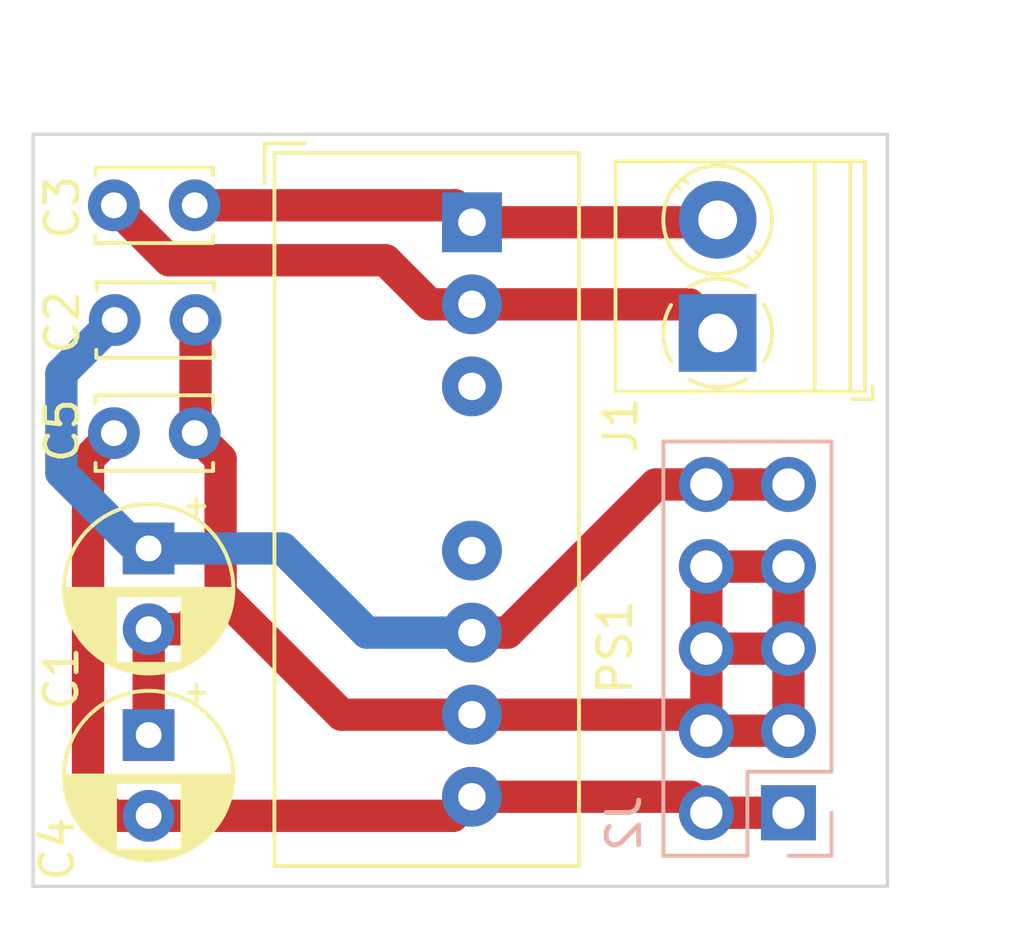
<source format=kicad_pcb>
(kicad_pcb (version 20211014) (generator pcbnew)
  (layers (0 "F.Cu" signal) (31 "B.Cu" signal) (34 "B.Paste" user) (35 "F.Paste" user) (36 "B.SilkS" user "B.Silkscreen") (37 "F.SilkS" user "F.Silkscreen") (38 "B.Mask" user) (39 "F.Mask" user) (44 "Edge.Cuts" user))
  (net 0 "")
  (net 3 "Net-(C1-Pad1)")
  (net 4 "Net-(C1-Pad2)")
  (net 5 "Net-(C3-Pad1)")
  (net 6 "Net-(C3-Pad2)")
  (net 7 "Net-(C4-Pad2)")
  (footprint "Capacitor_THT:C_Disc_D3.4mm_W2.1mm_P2.50mm" (layer "F.Cu") (at 119.1 110.225)
    (fp_text reference "C2" (at -1.625 0.075 90) (layer "F.SilkS"))
    (fp_text value "0.1u")
    (fp_line (start -0.57 0.925) (end -0.57 1.17) (layer "F.SilkS") (width 0.12))
    (fp_line (start 3.07 0.925) (end 3.07 1.17) (layer "F.SilkS") (width 0.12))
    (fp_line (start -0.57 -1.17) (end -0.57 -0.925) (layer "F.SilkS") (width 0.12))
    (fp_line (start 3.07 -1.17) (end 3.07 -0.925) (layer "F.SilkS") (width 0.12))
    (fp_line (start -0.57 -1.17) (end 3.07 -1.17) (layer "F.SilkS") (width 0.12))
    (fp_line (start -0.57 1.17) (end 3.07 1.17) (layer "F.SilkS") (width 0.12))
    (pad "1" thru_hole circle locked (at 0 0) (size 1.6 1.6) (drill 0.8) (layers *.Cu *.Mask) (net 3 "Net-(C1-Pad1)"))
    (pad "2" thru_hole circle locked (at 2.5 0) (size 1.6 1.6) (drill 0.8) (layers *.Cu *.Mask) (net 4 "Net-(C1-Pad2)"))
  )
  (footprint "Capacitor_THT:CP_Radial_D5.0mm_P2.50mm" (layer "F.Cu") (at 120.15 117.294888 -90)
    (fp_text reference "C1" (at 4.030112 2.7 90) (layer "F.SilkS"))
    (fp_text value "10u")
    (fp_line (start 1.89 -2.501) (end 1.89 -1.04) (layer "F.SilkS") (width 0.12))
    (fp_line (start 2.291 -2.365) (end 2.291 -1.04) (layer "F.SilkS") (width 0.12))
    (fp_line (start 2.491 1.04) (end 2.491 2.268) (layer "F.SilkS") (width 0.12))
    (fp_line (start 3.491 -1.319) (end 3.491 -1.04) (layer "F.SilkS") (width 0.12))
    (fp_line (start 2.931 -1.971) (end 2.931 -1.04) (layer "F.SilkS") (width 0.12))
    (fp_line (start 3.851 -0.284) (end 3.851 0.284) (layer "F.SilkS") (width 0.12))
    (fp_line (start 2.571 -2.224) (end 2.571 -1.04) (layer "F.SilkS") (width 0.12))
    (fp_line (start 3.051 -1.864) (end 3.051 -1.04) (layer "F.SilkS") (width 0.12))
    (fp_line (start 3.171 -1.743) (end 3.171 -1.04) (layer "F.SilkS") (width 0.12))
    (fp_line (start 1.53 -2.565) (end 1.53 -1.04) (layer "F.SilkS") (width 0.12))
    (fp_line (start 2.811 -2.065) (end 2.811 -1.04) (layer "F.SilkS") (width 0.12))
    (fp_line (start 2.811 1.04) (end 2.811 2.065) (layer "F.SilkS") (width 0.12))
    (fp_line (start 1.69 -2.543) (end 1.69 -1.04) (layer "F.SilkS") (width 0.12))
    (fp_line (start 3.571 -1.178) (end 3.571 1.178) (layer "F.SilkS") (width 0.12))
    (fp_line (start 2.691 -2.149) (end 2.691 -1.04) (layer "F.SilkS") (width 0.12))
    (fp_line (start 2.731 -2.122) (end 2.731 -1.04) (layer "F.SilkS") (width 0.12))
    (fp_line (start 1.69 1.04) (end 1.69 2.543) (layer "F.SilkS") (width 0.12))
    (fp_line (start 2.731 1.04) (end 2.731 2.122) (layer "F.SilkS") (width 0.12))
    (fp_line (start 2.491 -2.268) (end 2.491 -1.04) (layer "F.SilkS") (width 0.12))
    (fp_line (start 3.411 -1.443) (end 3.411 -1.04) (layer "F.SilkS") (width 0.12))
    (fp_line (start 3.291 -1.605) (end 3.291 -1.04) (layer "F.SilkS") (width 0.12))
    (fp_line (start 1.89 1.04) (end 1.89 2.501) (layer "F.SilkS") (width 0.12))
    (fp_line (start 2.891 1.04) (end 2.891 2.004) (layer "F.SilkS") (width 0.12))
    (fp_line (start 1.77 1.04) (end 1.77 2.528) (layer "F.SilkS") (width 0.12))
    (fp_line (start 2.091 -2.442) (end 2.091 -1.04) (layer "F.SilkS") (width 0.12))
    (fp_line (start 1.25 -2.58) (end 1.25 2.58) (layer "F.SilkS") (width 0.12))
    (fp_line (start 2.851 -2.035) (end 2.851 -1.04) (layer "F.SilkS") (width 0.12))
    (fp_line (start 3.171 1.04) (end 3.171 1.743) (layer "F.SilkS") (width 0.12))
    (fp_line (start 3.251 1.04) (end 3.251 1.653) (layer "F.SilkS") (width 0.12))
    (fp_line (start 3.451 1.04) (end 3.451 1.383) (layer "F.SilkS") (width 0.12))
    (fp_line (start 2.251 -2.382) (end 2.251 -1.04) (layer "F.SilkS") (width 0.12))
    (fp_line (start 1.53 1.04) (end 1.53 2.565) (layer "F.SilkS") (width 0.12))
    (fp_line (start 2.171 1.04) (end 2.171 2.414) (layer "F.SilkS") (width 0.12))
    (fp_line (start 1.29 -2.58) (end 1.29 2.58) (layer "F.SilkS") (width 0.12))
    (fp_line (start 3.051 1.04) (end 3.051 1.864) (layer "F.SilkS") (width 0.12))
    (fp_line (start 3.611 -1.098) (end 3.611 1.098) (layer "F.SilkS") (width 0.12))
    (fp_line (start 3.531 1.04) (end 3.531 1.251) (layer "F.SilkS") (width 0.12))
    (fp_line (start 3.691 -0.915) (end 3.691 0.915) (layer "F.SilkS") (width 0.12))
    (fp_line (start 3.331 1.04) (end 3.331 1.554) (layer "F.SilkS") (width 0.12))
    (fp_line (start 3.291 1.04) (end 3.291 1.605) (layer "F.SilkS") (width 0.12))
    (fp_line (start 2.651 -2.175) (end 2.651 -1.04) (layer "F.SilkS") (width 0.12))
    (fp_line (start 3.011 -1.901) (end 3.011 -1.04) (layer "F.SilkS") (width 0.12))
    (fp_line (start 2.251 1.04) (end 2.251 2.382) (layer "F.SilkS") (width 0.12))
    (fp_line (start 1.57 1.04) (end 1.57 2.561) (layer "F.SilkS") (width 0.12))
    (fp_line (start 2.571 1.04) (end 2.571 2.224) (layer "F.SilkS") (width 0.12))
    (fp_line (start 1.85 -2.511) (end 1.85 -1.04) (layer "F.SilkS") (width 0.12))
    (fp_line (start 2.651 1.04) (end 2.651 2.175) (layer "F.SilkS") (width 0.12))
    (fp_line (start 3.211 -1.699) (end 3.211 -1.04) (layer "F.SilkS") (width 0.12))
    (fp_line (start 3.131 1.04) (end 3.131 1.785) (layer "F.SilkS") (width 0.12))
    (fp_line (start 2.411 1.04) (end 2.411 2.31) (layer "F.SilkS") (width 0.12))
    (fp_line (start 2.371 1.04) (end 2.371 2.329) (layer "F.SilkS") (width 0.12))
    (fp_line (start 2.531 -2.247) (end 2.531 -1.04) (layer "F.SilkS") (width 0.12))
    (fp_line (start 2.091 1.04) (end 2.091 2.442) (layer "F.SilkS") (width 0.12))
    (fp_line (start 3.531 -1.251) (end 3.531 -1.04) (layer "F.SilkS") (width 0.12))
    (fp_line (start 3.091 1.04) (end 3.091 1.826) (layer "F.SilkS") (width 0.12))
    (fp_line (start 1.73 -2.536) (end 1.73 -1.04) (layer "F.SilkS") (width 0.12))
    (fp_line (start 2.691 1.04) (end 2.691 2.149) (layer "F.SilkS") (width 0.12))
    (fp_line (start 1.81 -2.52) (end 1.81 -1.04) (layer "F.SilkS") (width 0.12))
    (fp_line (start 2.171 -2.414) (end 2.171 -1.04) (layer "F.SilkS") (width 0.12))
    (fp_line (start 3.731 -0.805) (end 3.731 0.805) (layer "F.SilkS") (width 0.12))
    (fp_line (start 2.971 -1.937) (end 2.971 -1.04) (layer "F.SilkS") (width 0.12))
    (fp_line (start 2.771 1.04) (end 2.771 2.095) (layer "F.SilkS") (width 0.12))
    (fp_line (start 1.81 1.04) (end 1.81 2.52) (layer "F.SilkS") (width 0.12))
    (fp_line (start 2.211 -2.398) (end 2.211 -1.04) (layer "F.SilkS") (width 0.12))
    (fp_line (start 1.93 -2.491) (end 1.93 -1.04) (layer "F.SilkS") (width 0.12))
    (fp_line (start 2.611 -2.2) (end 2.611 -1.04) (layer "F.SilkS") (width 0.12))
    (fp_line (start 2.771 -2.095) (end 2.771 -1.04) (layer "F.SilkS") (width 0.12))
    (fp_line (start 3.451 -1.383) (end 3.451 -1.04) (layer "F.SilkS") (width 0.12))
    (fp_line (start 2.611 1.04) (end 2.611 2.2) (layer "F.SilkS") (width 0.12))
    (fp_line (start 2.451 1.04) (end 2.451 2.29) (layer "F.SilkS") (width 0.12))
    (fp_line (start 1.65 1.04) (end 1.65 2.55) (layer "F.SilkS") (width 0.12))
    (fp_line (start 3.411 1.04) (end 3.411 1.443) (layer "F.SilkS") (width 0.12))
    (fp_line (start 1.77 -2.528) (end 1.77 -1.04) (layer "F.SilkS") (width 0.12))
    (fp_line (start 1.65 -2.55) (end 1.65 -1.04) (layer "F.SilkS") (width 0.12))
    (fp_line (start 3.331 -1.554) (end 3.331 -1.04) (layer "F.SilkS") (width 0.12))
    (fp_line (start 2.971 1.04) (end 2.971 1.937) (layer "F.SilkS") (width 0.12))
    (fp_line (start 2.931 1.04) (end 2.931 1.971) (layer "F.SilkS") (width 0.12))
    (fp_line (start 2.411 -2.31) (end 2.411 -1.04) (layer "F.SilkS") (width 0.12))
    (fp_line (start 2.011 -2.468) (end 2.011 -1.04) (layer "F.SilkS") (width 0.12))
    (fp_line (start 3.011 1.04) (end 3.011 1.901) (layer "F.SilkS") (width 0.12))
    (fp_line (start 2.051 1.04) (end 2.051 2.455) (layer "F.SilkS") (width 0.12))
    (fp_line (start 2.051 -2.455) (end 2.051 -1.04) (layer "F.SilkS") (width 0.12))
    (fp_line (start -1.304775 -1.725) (end -1.304775 -1.225) (layer "F.SilkS") (width 0.12))
    (fp_line (start 3.371 1.04) (end 3.371 1.5) (layer "F.SilkS") (width 0.12))
    (fp_line (start 1.33 -2.579) (end 1.33 2.579) (layer "F.SilkS") (width 0.12))
    (fp_line (start 3.771 -0.677) (end 3.771 0.677) (layer "F.SilkS") (width 0.12))
    (fp_line (start 1.49 1.04) (end 1.49 2.569) (layer "F.SilkS") (width 0.12))
    (fp_line (start 3.651 -1.011) (end 3.651 1.011) (layer "F.SilkS") (width 0.12))
    (fp_line (start 1.45 -2.573) (end 1.45 2.573) (layer "F.SilkS") (width 0.12))
    (fp_line (start 2.331 1.04) (end 2.331 2.348) (layer "F.SilkS") (width 0.12))
    (fp_line (start 1.37 -2.578) (end 1.37 2.578) (layer "F.SilkS") (width 0.12))
    (fp_line (start 2.211 1.04) (end 2.211 2.398) (layer "F.SilkS") (width 0.12))
    (fp_line (start 3.811 -0.518) (end 3.811 0.518) (layer "F.SilkS") (width 0.12))
    (fp_line (start 3.251 -1.653) (end 3.251 -1.04) (layer "F.SilkS") (width 0.12))
    (fp_line (start 2.371 -2.329) (end 2.371 -1.04) (layer "F.SilkS") (width 0.12))
    (fp_line (start 2.131 1.04) (end 2.131 2.428) (layer "F.SilkS") (width 0.12))
    (fp_line (start 2.331 -2.348) (end 2.331 -1.04) (layer "F.SilkS") (width 0.12))
    (fp_line (start -1.554775 -1.475) (end -1.054775 -1.475) (layer "F.SilkS") (width 0.12))
    (fp_line (start 1.49 -2.569) (end 1.49 -1.04) (layer "F.SilkS") (width 0.12))
    (fp_line (start 1.93 1.04) (end 1.93 2.491) (layer "F.SilkS") (width 0.12))
    (fp_line (start 1.971 1.04) (end 1.971 2.48) (layer "F.SilkS") (width 0.12))
    (fp_line (start 1.73 1.04) (end 1.73 2.536) (layer "F.SilkS") (width 0.12))
    (fp_line (start 1.85 1.04) (end 1.85 2.511) (layer "F.SilkS") (width 0.12))
    (fp_line (start 2.131 -2.428) (end 2.131 -1.04) (layer "F.SilkS") (width 0.12))
    (fp_line (start 2.451 -2.29) (end 2.451 -1.04) (layer "F.SilkS") (width 0.12))
    (fp_line (start 2.851 1.04) (end 2.851 2.035) (layer "F.SilkS") (width 0.12))
    (fp_line (start 3.491 1.04) (end 3.491 1.319) (layer "F.SilkS") (width 0.12))
    (fp_line (start 2.011 1.04) (end 2.011 2.468) (layer "F.SilkS") (width 0.12))
    (fp_line (start 1.57 -2.561) (end 1.57 -1.04) (layer "F.SilkS") (width 0.12))
    (fp_line (start 2.891 -2.004) (end 2.891 -1.04) (layer "F.SilkS") (width 0.12))
    (fp_line (start 3.091 -1.826) (end 3.091 -1.04) (layer "F.SilkS") (width 0.12))
    (fp_line (start 1.41 -2.576) (end 1.41 2.576) (layer "F.SilkS") (width 0.12))
    (fp_line (start 2.531 1.04) (end 2.531 2.247) (layer "F.SilkS") (width 0.12))
    (fp_line (start 1.61 1.04) (end 1.61 2.556) (layer "F.SilkS") (width 0.12))
    (fp_line (start 3.131 -1.785) (end 3.131 -1.04) (layer "F.SilkS") (width 0.12))
    (fp_line (start 1.971 -2.48) (end 1.971 -1.04) (layer "F.SilkS") (width 0.12))
    (fp_line (start 2.291 1.04) (end 2.291 2.365) (layer "F.SilkS") (width 0.12))
    (fp_line (start 1.61 -2.556) (end 1.61 -1.04) (layer "F.SilkS") (width 0.12))
    (fp_line (start 3.371 -1.5) (end 3.371 -1.04) (layer "F.SilkS") (width 0.12))
    (fp_line (start 3.211 1.04) (end 3.211 1.699) (layer "F.SilkS") (width 0.12))
    (fp_circle (center 1.25 0) (end 3.87 0) (layer "F.SilkS") (width 0.12) (fill none))
    (pad "1" thru_hole rect locked (at 0 0 270) (size 1.6 1.6) (drill 0.8) (layers *.Cu *.Mask) (net 3 "Net-(C1-Pad1)"))
    (pad "2" thru_hole circle locked (at 2.5 0 270) (size 1.6 1.6) (drill 0.8) (layers *.Cu *.Mask) (net 4 "Net-(C1-Pad2)"))
  )
  (footprint "Converter_DCDC:Converter_DCDC_XP_POWER-ITxxxxxS_THT" (layer "F.Cu") (at 130.15 107.2)
    (fp_text reference "PS1" (at 4.425 13.15 90) (layer "F.SilkS"))
    (fp_text value "ITQ4805S")
    (fp_line (start -6.11 19.925) (end 3.31 19.925) (layer "F.SilkS") (width 0.12))
    (fp_line (start 3.31 19.925) (end 3.31 -2.145) (layer "F.SilkS") (width 0.12))
    (fp_line (start 3.31 -2.145) (end -6.11 -2.145) (layer "F.SilkS") (width 0.12))
    (fp_line (start -6.41 -2.445) (end -6.41 -1.195) (layer "F.SilkS") (width 0.12))
    (fp_line (start -6.11 -2.145) (end -6.11 19.925) (layer "F.SilkS") (width 0.12))
    (fp_line (start -5.16 -2.445) (end -6.41 -2.445) (layer "F.SilkS") (width 0.12))
    (pad "1" thru_hole rect locked (at 0 0) (size 1.85 1.85) (drill 0.85) (layers *.Cu *.Mask) (net 6 "Net-(C3-Pad2)"))
    (pad "2" thru_hole circle locked (at 0 2.54) (size 1.85 1.85) (drill 0.85) (layers *.Cu *.Mask) (net 5 "Net-(C3-Pad1)"))
    (pad "3" thru_hole circle locked (at 0 5.08) (size 1.85 1.85) (drill 0.85) (layers *.Cu *.Mask))
    (pad "5" thru_hole circle locked (at 0 10.16) (size 1.85 1.85) (drill 0.85) (layers *.Cu *.Mask))
    (pad "6" thru_hole circle locked (at 0 12.7) (size 1.85 1.85) (drill 0.85) (layers *.Cu *.Mask) (net 3 "Net-(C1-Pad1)"))
    (pad "7" thru_hole circle locked (at 0 15.24) (size 1.85 1.85) (drill 0.85) (layers *.Cu *.Mask) (net 4 "Net-(C1-Pad2)"))
    (pad "8" thru_hole circle locked (at 0 17.78) (size 1.85 1.85) (drill 0.85) (layers *.Cu *.Mask) (net 7 "Net-(C4-Pad2)"))
  )
  (footprint "Capacitor_THT:C_Disc_D3.4mm_W2.1mm_P2.50mm" (layer "F.Cu") (at 119.075 106.675)
    (fp_text reference "C3" (at -1.6 0.075 90) (layer "F.SilkS"))
    (fp_text value "0.1u")
    (fp_line (start 3.07 -1.17) (end 3.07 -0.925) (layer "F.SilkS") (width 0.12))
    (fp_line (start -0.57 0.925) (end -0.57 1.17) (layer "F.SilkS") (width 0.12))
    (fp_line (start 3.07 0.925) (end 3.07 1.17) (layer "F.SilkS") (width 0.12))
    (fp_line (start -0.57 -1.17) (end -0.57 -0.925) (layer "F.SilkS") (width 0.12))
    (fp_line (start -0.57 1.17) (end 3.07 1.17) (layer "F.SilkS") (width 0.12))
    (fp_line (start -0.57 -1.17) (end 3.07 -1.17) (layer "F.SilkS") (width 0.12))
    (pad "1" thru_hole circle locked (at 0 0) (size 1.6 1.6) (drill 0.8) (layers *.Cu *.Mask) (net 5 "Net-(C3-Pad1)"))
    (pad "2" thru_hole circle locked (at 2.5 0) (size 1.6 1.6) (drill 0.8) (layers *.Cu *.Mask) (net 6 "Net-(C3-Pad2)"))
  )
  (footprint "Capacitor_THT:C_Disc_D3.4mm_W2.1mm_P2.50mm" (layer "F.Cu") (at 121.575 113.725 180)
    (fp_text reference "C5" (at 4.1 0.075 90) (layer "F.SilkS"))
    (fp_text value "0.1u")
    (fp_line (start -0.57 -1.17) (end 3.07 -1.17) (layer "F.SilkS") (width 0.12))
    (fp_line (start -0.57 -1.17) (end -0.57 -0.925) (layer "F.SilkS") (width 0.12))
    (fp_line (start -0.57 1.17) (end 3.07 1.17) (layer "F.SilkS") (width 0.12))
    (fp_line (start -0.57 0.925) (end -0.57 1.17) (layer "F.SilkS") (width 0.12))
    (fp_line (start 3.07 0.925) (end 3.07 1.17) (layer "F.SilkS") (width 0.12))
    (fp_line (start 3.07 -1.17) (end 3.07 -0.925) (layer "F.SilkS") (width 0.12))
    (pad "1" thru_hole circle locked (at 0 0 180) (size 1.6 1.6) (drill 0.8) (layers *.Cu *.Mask) (net 4 "Net-(C1-Pad2)"))
    (pad "2" thru_hole circle locked (at 2.5 0 180) (size 1.6 1.6) (drill 0.8) (layers *.Cu *.Mask) (net 7 "Net-(C4-Pad2)"))
  )
  (footprint "TerminalBlock_Phoenix:TerminalBlock_Phoenix_PT-1,5-2-3.5-H_1x02_P3.50mm_Horizontal" (layer "F.Cu") (at 137.75 110.625 90)
    (fp_text reference "J1" (at -2.85 -3 90) (layer "F.SilkS"))
    (fp_text value "Screw_Terminal_01x02")
    (fp_line (start 4.57 -1.275) (end 4.476 -1.181) (layer "F.SilkS") (width 0.12))
    (fp_line (start -1.81 3) (end 5.31 3) (layer "F.SilkS") (width 0.12))
    (fp_line (start 4.775 -1.069) (end 4.646 -0.941) (layer "F.SilkS") (width 0.12))
    (fp_line (start -1.81 -3.16) (end 5.31 -3.16) (layer "F.SilkS") (width 0.12))
    (fp_line (start 5.31 -3.16) (end 5.31 4.56) (layer "F.SilkS") (width 0.12))
    (fp_line (start -1.81 4.1) (end 5.31 4.1) (layer "F.SilkS") (width 0.12))
    (fp_line (start -1.81 -3.16) (end -1.81 4.56) (layer "F.SilkS") (width 0.12))
    (fp_line (start -1.81 4.56) (end 5.31 4.56) (layer "F.SilkS") (width 0.12))
    (fp_line (start -2.05 4.16) (end -2.05 4.8) (layer "F.SilkS") (width 0.12))
    (fp_line (start 2.525 1.181) (end 2.431 1.274) (layer "F.SilkS") (width 0.12))
    (fp_line (start 2.355 0.941) (end 2.226 1.069) (layer "F.SilkS") (width 0.12))
    (fp_line (start -2.05 4.8) (end -1.65 4.8) (layer "F.SilkS") (width 0.12))
    (fp_arc (start 1.425504 -0.890193) (mid 1.680626 0.000476) (end 1.425 0.891) (layer "F.SilkS") (width 0.12))
    (fp_arc (start -1.425358 0.889894) (mid -1.680286 0.014012) (end -1.44 -0.866) (layer "F.SilkS") (width 0.12))
    (fp_arc (start 0.890264 1.424721) (mid 0.463071 1.61492) (end 0 1.68) (layer "F.SilkS") (width 0.12))
    (fp_arc (start -0.889894 -1.425358) (mid -0.014012 -1.680286) (end 0.866 -1.44) (layer "F.SilkS") (width 0.12))
    (fp_arc (start 0.028674 1.680099) (mid -0.435535 1.622918) (end -0.866 1.44) (layer "F.SilkS") (width 0.12))
    (fp_circle (center 3.5 0) (end 5.18 0) (layer "F.SilkS") (width 0.12) (fill none))
    (pad "1" thru_hole rect locked (at 0 0 90) (size 2.4 2.4) (drill 1.2) (layers *.Cu *.Mask) (net 5 "Net-(C3-Pad1)"))
    (pad "2" thru_hole circle locked (at 3.5 0 90) (size 2.4 2.4) (drill 1.2) (layers *.Cu *.Mask) (net 6 "Net-(C3-Pad2)"))
  )
  (footprint "Capacitor_THT:CP_Radial_D5.0mm_P2.50mm" (layer "F.Cu") (at 120.15 123.069888 -90)
    (fp_text reference "C4" (at 3.530112 2.825 90) (layer "F.SilkS"))
    (fp_text value "10u")
    (fp_line (start 2.411 1.04) (end 2.411 2.31) (layer "F.SilkS") (width 0.12))
    (fp_line (start -1.554775 -1.475) (end -1.054775 -1.475) (layer "F.SilkS") (width 0.12))
    (fp_line (start 2.611 1.04) (end 2.611 2.2) (layer "F.SilkS") (width 0.12))
    (fp_line (start 1.93 -2.491) (end 1.93 -1.04) (layer "F.SilkS") (width 0.12))
    (fp_line (start 3.331 -1.554) (end 3.331 -1.04) (layer "F.SilkS") (width 0.12))
    (fp_line (start 3.251 -1.653) (end 3.251 -1.04) (layer "F.SilkS") (width 0.12))
    (fp_line (start 3.611 -1.098) (end 3.611 1.098) (layer "F.SilkS") (width 0.12))
    (fp_line (start 1.77 -2.528) (end 1.77 -1.04) (layer "F.SilkS") (width 0.12))
    (fp_line (start 1.49 -2.569) (end 1.49 -1.04) (layer "F.SilkS") (width 0.12))
    (fp_line (start 1.89 1.04) (end 1.89 2.501) (layer "F.SilkS") (width 0.12))
    (fp_line (start 3.291 -1.605) (end 3.291 -1.04) (layer "F.SilkS") (width 0.12))
    (fp_line (start 1.69 1.04) (end 1.69 2.543) (layer "F.SilkS") (width 0.12))
    (fp_line (start 1.81 -2.52) (end 1.81 -1.04) (layer "F.SilkS") (width 0.12))
    (fp_line (start 3.531 -1.251) (end 3.531 -1.04) (layer "F.SilkS") (width 0.12))
    (fp_line (start 3.531 1.04) (end 3.531 1.251) (layer "F.SilkS") (width 0.12))
    (fp_line (start 3.051 1.04) (end 3.051 1.864) (layer "F.SilkS") (width 0.12))
    (fp_line (start 2.371 1.04) (end 2.371 2.329) (layer "F.SilkS") (width 0.12))
    (fp_line (start 2.531 1.04) (end 2.531 2.247) (layer "F.SilkS") (width 0.12))
    (fp_line (start 1.37 -2.578) (end 1.37 2.578) (layer "F.SilkS") (width 0.12))
    (fp_line (start 1.61 1.04) (end 1.61 2.556) (layer "F.SilkS") (width 0.12))
    (fp_line (start 2.291 -2.365) (end 2.291 -1.04) (layer "F.SilkS") (width 0.12))
    (fp_line (start 2.531 -2.247) (end 2.531 -1.04) (layer "F.SilkS") (width 0.12))
    (fp_line (start 2.291 1.04) (end 2.291 2.365) (layer "F.SilkS") (width 0.12))
    (fp_line (start 3.051 -1.864) (end 3.051 -1.04) (layer "F.SilkS") (width 0.12))
    (fp_line (start 2.571 1.04) (end 2.571 2.224) (layer "F.SilkS") (width 0.12))
    (fp_line (start 1.85 -2.511) (end 1.85 -1.04) (layer "F.SilkS") (width 0.12))
    (fp_line (start 1.85 1.04) (end 1.85 2.511) (layer "F.SilkS") (width 0.12))
    (fp_line (start 2.731 1.04) (end 2.731 2.122) (layer "F.SilkS") (width 0.12))
    (fp_line (start 2.411 -2.31) (end 2.411 -1.04) (layer "F.SilkS") (width 0.12))
    (fp_line (start 3.571 -1.178) (end 3.571 1.178) (layer "F.SilkS") (width 0.12))
    (fp_line (start 2.771 -2.095) (end 2.771 -1.04) (layer "F.SilkS") (width 0.12))
    (fp_line (start 1.65 -2.55) (end 1.65 -1.04) (layer "F.SilkS") (width 0.12))
    (fp_line (start 3.251 1.04) (end 3.251 1.653) (layer "F.SilkS") (width 0.12))
    (fp_line (start 3.771 -0.677) (end 3.771 0.677) (layer "F.SilkS") (width 0.12))
    (fp_line (start 3.091 1.04) (end 3.091 1.826) (layer "F.SilkS") (width 0.12))
    (fp_line (start 1.69 -2.543) (end 1.69 -1.04) (layer "F.SilkS") (width 0.12))
    (fp_line (start 2.491 -2.268) (end 2.491 -1.04) (layer "F.SilkS") (width 0.12))
    (fp_line (start 2.331 -2.348) (end 2.331 -1.04) (layer "F.SilkS") (width 0.12))
    (fp_line (start 2.611 -2.2) (end 2.611 -1.04) (layer "F.SilkS") (width 0.12))
    (fp_line (start 3.011 -1.901) (end 3.011 -1.04) (layer "F.SilkS") (width 0.12))
    (fp_line (start 1.57 1.04) (end 1.57 2.561) (layer "F.SilkS") (width 0.12))
    (fp_line (start 3.011 1.04) (end 3.011 1.901) (layer "F.SilkS") (width 0.12))
    (fp_line (start 3.651 -1.011) (end 3.651 1.011) (layer "F.SilkS") (width 0.12))
    (fp_line (start 2.011 1.04) (end 2.011 2.468) (layer "F.SilkS") (width 0.12))
    (fp_line (start 2.091 1.04) (end 2.091 2.442) (layer "F.SilkS") (width 0.12))
    (fp_line (start 1.33 -2.579) (end 1.33 2.579) (layer "F.SilkS") (width 0.12))
    (fp_line (start 2.811 1.04) (end 2.811 2.065) (layer "F.SilkS") (width 0.12))
    (fp_line (start 2.051 1.04) (end 2.051 2.455) (layer "F.SilkS") (width 0.12))
    (fp_line (start 2.811 -2.065) (end 2.811 -1.04) (layer "F.SilkS") (width 0.12))
    (fp_line (start 2.651 -2.175) (end 2.651 -1.04) (layer "F.SilkS") (width 0.12))
    (fp_line (start 2.171 1.04) (end 2.171 2.414) (layer "F.SilkS") (width 0.12))
    (fp_line (start 3.411 -1.443) (end 3.411 -1.04) (layer "F.SilkS") (width 0.12))
    (fp_line (start 3.131 -1.785) (end 3.131 -1.04) (layer "F.SilkS") (width 0.12))
    (fp_line (start 3.731 -0.805) (end 3.731 0.805) (layer "F.SilkS") (width 0.12))
    (fp_line (start 1.65 1.04) (end 1.65 2.55) (layer "F.SilkS") (width 0.12))
    (fp_line (start 2.971 -1.937) (end 2.971 -1.04) (layer "F.SilkS") (width 0.12))
    (fp_line (start 2.131 1.04) (end 2.131 2.428) (layer "F.SilkS") (width 0.12))
    (fp_line (start 2.451 1.04) (end 2.451 2.29) (layer "F.SilkS") (width 0.12))
    (fp_line (start 2.771 1.04) (end 2.771 2.095) (layer "F.SilkS") (width 0.12))
    (fp_line (start 3.091 -1.826) (end 3.091 -1.04) (layer "F.SilkS") (width 0.12))
    (fp_line (start 3.451 1.04) (end 3.451 1.383) (layer "F.SilkS") (width 0.12))
    (fp_line (start 3.291 1.04) (end 3.291 1.605) (layer "F.SilkS") (width 0.12))
    (fp_line (start 3.211 1.04) (end 3.211 1.699) (layer "F.SilkS") (width 0.12))
    (fp_line (start 3.491 1.04) (end 3.491 1.319) (layer "F.SilkS") (width 0.12))
    (fp_line (start 2.091 -2.442) (end 2.091 -1.04) (layer "F.SilkS") (width 0.12))
    (fp_line (start 2.731 -2.122) (end 2.731 -1.04) (layer "F.SilkS") (width 0.12))
    (fp_line (start 2.371 -2.329) (end 2.371 -1.04) (layer "F.SilkS") (width 0.12))
    (fp_line (start 3.451 -1.383) (end 3.451 -1.04) (layer "F.SilkS") (width 0.12))
    (fp_line (start 3.411 1.04) (end 3.411 1.443) (layer "F.SilkS") (width 0.12))
    (fp_line (start 3.331 1.04) (end 3.331 1.554) (layer "F.SilkS") (width 0.12))
    (fp_line (start 1.29 -2.58) (end 1.29 2.58) (layer "F.SilkS") (width 0.12))
    (fp_line (start 2.571 -2.224) (end 2.571 -1.04) (layer "F.SilkS") (width 0.12))
    (fp_line (start 2.211 1.04) (end 2.211 2.398) (layer "F.SilkS") (width 0.12))
    (fp_line (start 1.49 1.04) (end 1.49 2.569) (layer "F.SilkS") (width 0.12))
    (fp_line (start 1.61 -2.556) (end 1.61 -1.04) (layer "F.SilkS") (width 0.12))
    (fp_line (start 1.25 -2.58) (end 1.25 2.58) (layer "F.SilkS") (width 0.12))
    (fp_line (start 1.53 1.04) (end 1.53 2.565) (layer "F.SilkS") (width 0.12))
    (fp_line (start 2.931 -1.971) (end 2.931 -1.04) (layer "F.SilkS") (width 0.12))
    (fp_line (start 3.171 1.04) (end 3.171 1.743) (layer "F.SilkS") (width 0.12))
    (fp_line (start 3.851 -0.284) (end 3.851 0.284) (layer "F.SilkS") (width 0.12))
    (fp_line (start 2.691 1.04) (end 2.691 2.149) (layer "F.SilkS") (width 0.12))
    (fp_line (start 2.051 -2.455) (end 2.051 -1.04) (layer "F.SilkS") (width 0.12))
    (fp_line (start 2.451 -2.29) (end 2.451 -1.04) (layer "F.SilkS") (width 0.12))
    (fp_line (start 2.251 -2.382) (end 2.251 -1.04) (layer "F.SilkS") (width 0.12))
    (fp_line (start -1.304775 -1.725) (end -1.304775 -1.225) (layer "F.SilkS") (width 0.12))
    (fp_line (start 1.53 -2.565) (end 1.53 -1.04) (layer "F.SilkS") (width 0.12))
    (fp_line (start 2.651 1.04) (end 2.651 2.175) (layer "F.SilkS") (width 0.12))
    (fp_line (start 1.57 -2.561) (end 1.57 -1.04) (layer "F.SilkS") (width 0.12))
    (fp_line (start 2.251 1.04) (end 2.251 2.382) (layer "F.SilkS") (width 0.12))
    (fp_line (start 2.891 1.04) (end 2.891 2.004) (layer "F.SilkS") (width 0.12))
    (fp_line (start 2.691 -2.149) (end 2.691 -1.04) (layer "F.SilkS") (width 0.12))
    (fp_line (start 2.331 1.04) (end 2.331 2.348) (layer "F.SilkS") (width 0.12))
    (fp_line (start 1.81 1.04) (end 1.81 2.52) (layer "F.SilkS") (width 0.12))
    (fp_line (start 2.851 -2.035) (end 2.851 -1.04) (layer "F.SilkS") (width 0.12))
    (fp_line (start 3.691 -0.915) (end 3.691 0.915) (layer "F.SilkS") (width 0.12))
    (fp_line (start 3.491 -1.319) (end 3.491 -1.04) (layer "F.SilkS") (width 0.12))
    (fp_line (start 2.011 -2.468) (end 2.011 -1.04) (layer "F.SilkS") (width 0.12))
    (fp_line (start 2.971 1.04) (end 2.971 1.937) (layer "F.SilkS") (width 0.12))
    (fp_line (start 1.73 -2.536) (end 1.73 -1.04) (layer "F.SilkS") (width 0.12))
    (fp_line (start 1.77 1.04) (end 1.77 2.528) (layer "F.SilkS") (width 0.12))
    (fp_line (start 3.211 -1.699) (end 3.211 -1.04) (layer "F.SilkS") (width 0.12))
    (fp_line (start 1.971 -2.48) (end 1.971 -1.04) (layer "F.SilkS") (width 0.12))
    (fp_line (start 1.971 1.04) (end 1.971 2.48) (layer "F.SilkS") (width 0.12))
    (fp_line (start 3.371 1.04) (end 3.371 1.5) (layer "F.SilkS") (width 0.12))
    (fp_line (start 1.45 -2.573) (end 1.45 2.573) (layer "F.SilkS") (width 0.12))
    (fp_line (start 2.131 -2.428) (end 2.131 -1.04) (layer "F.SilkS") (width 0.12))
    (fp_line (start 3.371 -1.5) (end 3.371 -1.04) (layer "F.SilkS") (width 0.12))
    (fp_line (start 2.931 1.04) (end 2.931 1.971) (layer "F.SilkS") (width 0.12))
    (fp_line (start 2.171 -2.414) (end 2.171 -1.04) (layer "F.SilkS") (width 0.12))
    (fp_line (start 2.851 1.04) (end 2.851 2.035) (layer "F.SilkS") (width 0.12))
    (fp_line (start 1.89 -2.501) (end 1.89 -1.04) (layer "F.SilkS") (width 0.12))
    (fp_line (start 3.171 -1.743) (end 3.171 -1.04) (layer "F.SilkS") (width 0.12))
    (fp_line (start 2.491 1.04) (end 2.491 2.268) (layer "F.SilkS") (width 0.12))
    (fp_line (start 2.891 -2.004) (end 2.891 -1.04) (layer "F.SilkS") (width 0.12))
    (fp_line (start 1.73 1.04) (end 1.73 2.536) (layer "F.SilkS") (width 0.12))
    (fp_line (start 2.211 -2.398) (end 2.211 -1.04) (layer "F.SilkS") (width 0.12))
    (fp_line (start 1.41 -2.576) (end 1.41 2.576) (layer "F.SilkS") (width 0.12))
    (fp_line (start 1.93 1.04) (end 1.93 2.491) (layer "F.SilkS") (width 0.12))
    (fp_line (start 3.131 1.04) (end 3.131 1.785) (layer "F.SilkS") (width 0.12))
    (fp_line (start 3.811 -0.518) (end 3.811 0.518) (layer "F.SilkS") (width 0.12))
    (fp_circle (center 1.25 0) (end 3.87 0) (layer "F.SilkS") (width 0.12) (fill none))
    (pad "1" thru_hole rect locked (at 0 0 270) (size 1.6 1.6) (drill 0.8) (layers *.Cu *.Mask) (net 4 "Net-(C1-Pad2)"))
    (pad "2" thru_hole circle locked (at 2.5 0 270) (size 1.6 1.6) (drill 0.8) (layers *.Cu *.Mask) (net 7 "Net-(C4-Pad2)"))
  )
  (footprint "Connector_PinSocket_2.54mm:PinSocket_2x05_P2.54mm_Vertical" (layer "B.Cu") (at 139.94 125.475)
    (fp_text reference "J2" (at -5.09 0.325 90) (layer "B.SilkS") (effects (justify mirror)))
    (fp_text value "Conn_02x05_Odd_Even")
    (fp_line (start -3.87 1.33) (end -3.87 -11.49) (layer "B.SilkS") (width 0.12))
    (fp_line (start -1.27 1.33) (end -1.27 -1.27) (layer "B.SilkS") (width 0.12))
    (fp_line (start -3.87 -11.49) (end 1.33 -11.49) (layer "B.SilkS") (width 0.12))
    (fp_line (start -3.87 1.33) (end -1.27 1.33) (layer "B.SilkS") (width 0.12))
    (fp_line (start 1.33 -1.27) (end 1.33 -11.49) (layer "B.SilkS") (width 0.12))
    (fp_line (start 1.33 1.33) (end 1.33 0) (layer "B.SilkS") (width 0.12))
    (fp_line (start 0 1.33) (end 1.33 1.33) (layer "B.SilkS") (width 0.12))
    (fp_line (start -1.27 -1.27) (end 1.33 -1.27) (layer "B.SilkS") (width 0.12))
    (pad "1" thru_hole rect locked (at 0 0) (size 1.7 1.7) (drill 1) (layers *.Cu *.Mask) (net 7 "Net-(C4-Pad2)"))
    (pad "2" thru_hole oval locked (at -2.54 0) (size 1.7 1.7) (drill 1) (layers *.Cu *.Mask) (net 7 "Net-(C4-Pad2)"))
    (pad "3" thru_hole oval locked (at 0 -2.54) (size 1.7 1.7) (drill 1) (layers *.Cu *.Mask) (net 4 "Net-(C1-Pad2)"))
    (pad "4" thru_hole oval locked (at -2.54 -2.54) (size 1.7 1.7) (drill 1) (layers *.Cu *.Mask) (net 4 "Net-(C1-Pad2)"))
    (pad "5" thru_hole oval locked (at 0 -5.08) (size 1.7 1.7) (drill 1) (layers *.Cu *.Mask) (net 4 "Net-(C1-Pad2)"))
    (pad "6" thru_hole oval locked (at -2.54 -5.08) (size 1.7 1.7) (drill 1) (layers *.Cu *.Mask) (net 4 "Net-(C1-Pad2)"))
    (pad "7" thru_hole oval locked (at 0 -7.62) (size 1.7 1.7) (drill 1) (layers *.Cu *.Mask) (net 4 "Net-(C1-Pad2)"))
    (pad "8" thru_hole oval locked (at -2.54 -7.62) (size 1.7 1.7) (drill 1) (layers *.Cu *.Mask) (net 4 "Net-(C1-Pad2)"))
    (pad "9" thru_hole oval locked (at 0 -10.16) (size 1.7 1.7) (drill 1) (layers *.Cu *.Mask) (net 3 "Net-(C1-Pad1)"))
    (pad "10" thru_hole oval locked (at -2.54 -10.16) (size 1.7 1.7) (drill 1) (layers *.Cu *.Mask) (net 3 "Net-(C1-Pad1)"))
  )
  (gr_rect (start 116.575 104.475) (end 143 127.75) (layer "Edge.Cuts") (width 0.1) (fill none))
  (segment (start 137.4 115.315) (end 139.94 115.315) (width 1) (layer "F.Cu") (net 3))
  (segment (start 130.15 119.9) (end 131.25 119.9) (width 1) (layer "F.Cu") (net 3))
  (segment (start 131.25 119.9) (end 135.835 115.315) (width 1) (layer "F.Cu") (net 3))
  (segment (start 135.835 115.315) (end 137.4 115.315) (width 1) (layer "F.Cu") (net 3))
  (segment (start 119.1 110.225) (end 117.45 111.875) (width 1) (layer "B.Cu") (net 3))
  (segment (start 119.794888 117.294888) (end 120.15 117.294888) (width 1) (layer "B.Cu") (net 3))
  (segment (start 117.45 111.875) (end 117.45 114.95) (width 1) (layer "B.Cu") (net 3))
  (segment (start 124.294888 117.294888) (end 126.9 119.9) (width 1) (layer "B.Cu") (net 3))
  (segment (start 117.45 114.95) (end 119.794888 117.294888) (width 1) (layer "B.Cu") (net 3))
  (segment (start 126.9 119.9) (end 130.15 119.9) (width 1) (layer "B.Cu") (net 3))
  (segment (start 120.15 117.294888) (end 124.294888 117.294888) (width 1) (layer "B.Cu") (net 3))
  (segment (start 136.905 122.44) (end 137.4 122.935) (width 1) (layer "F.Cu") (net 4))
  (segment (start 139.94 117.855) (end 137.4 117.855) (width 1) (layer "F.Cu") (net 4))
  (segment (start 121.28137 119.794888) (end 122.374999 118.701259) (width 1) (layer "F.Cu") (net 4))
  (segment (start 130.15 122.44) (end 126.11374 122.44) (width 1) (layer "F.Cu") (net 4))
  (segment (start 126.11374 122.44) (end 122.374999 118.701259) (width 1) (layer "F.Cu") (net 4))
  (segment (start 139.94 122.935) (end 137.4 122.935) (width 1) (layer "F.Cu") (net 4))
  (segment (start 122.374999 118.701259) (end 122.374999 114.524999) (width 1) (layer "F.Cu") (net 4))
  (segment (start 120.15 119.794888) (end 121.28137 119.794888) (width 1) (layer "F.Cu") (net 4))
  (segment (start 120.15 119.794888) (end 120.15 123.069888) (width 1) (layer "F.Cu") (net 4))
  (segment (start 122.374999 114.524999) (end 121.575 113.725) (width 1) (layer "F.Cu") (net 4))
  (segment (start 121.6 110.225) (end 121.6 113.7) (width 1) (layer "F.Cu") (net 4))
  (segment (start 139.94 117.855) (end 139.94 120.395) (width 1) (layer "F.Cu") (net 4))
  (segment (start 137.4 120.395) (end 139.94 120.395) (width 1) (layer "F.Cu") (net 4))
  (segment (start 137.4 120.395) (end 137.4 122.935) (width 1) (layer "F.Cu") (net 4))
  (segment (start 121.6 113.7) (end 121.575 113.725) (width 1) (layer "F.Cu") (net 4))
  (segment (start 139.94 120.395) (end 139.94 122.935) (width 1) (layer "F.Cu") (net 4))
  (segment (start 130.15 122.44) (end 136.905 122.44) (width 1) (layer "F.Cu") (net 4))
  (segment (start 137.4 117.855) (end 137.4 120.395) (width 1) (layer "F.Cu") (net 4))
  (segment (start 127.476853 108.375) (end 120.775 108.375) (width 1) (layer "F.Cu") (net 5))
  (segment (start 136.865 109.74) (end 137.75 110.625) (width 1) (layer "F.Cu") (net 5))
  (segment (start 128.841853 109.74) (end 127.476853 108.375) (width 1) (layer "F.Cu") (net 5))
  (segment (start 120.775 108.375) (end 119.075 106.675) (width 1) (layer "F.Cu") (net 5))
  (segment (start 130.15 109.74) (end 136.865 109.74) (width 1) (layer "F.Cu") (net 5))
  (segment (start 130.15 109.74) (end 128.841853 109.74) (width 1) (layer "F.Cu") (net 5))
  (segment (start 130.15 107.2) (end 137.675 107.2) (width 1) (layer "F.Cu") (net 6))
  (segment (start 137.675 107.2) (end 137.75 107.125) (width 1) (layer "F.Cu") (net 6))
  (segment (start 121.575 106.675) (end 129.625 106.675) (width 1) (layer "F.Cu") (net 6))
  (segment (start 129.625 106.675) (end 130.15 107.2) (width 1) (layer "F.Cu") (net 6))
  (segment (start 130.15 124.98) (end 136.905 124.98) (width 1) (layer "F.Cu") (net 7))
  (segment (start 118.275001 124.826259) (end 119.01863 125.569888) (width 1) (layer "F.Cu") (net 7))
  (segment (start 119.01863 125.569888) (end 120.15 125.569888) (width 1) (layer "F.Cu") (net 7))
  (segment (start 120.15 125.569888) (end 129.560112 125.569888) (width 1) (layer "F.Cu") (net 7))
  (segment (start 118.275001 114.524999) (end 118.275001 124.826259) (width 1) (layer "F.Cu") (net 7))
  (segment (start 119.075 113.725) (end 118.275001 114.524999) (width 1) (layer "F.Cu") (net 7))
  (segment (start 139.94 125.475) (end 137.4 125.475) (width 1) (layer "F.Cu") (net 7))
  (segment (start 129.560112 125.569888) (end 130.15 124.98) (width 1) (layer "F.Cu") (net 7))
  (segment (start 136.905 124.98) (end 137.4 125.475) (width 1) (layer "F.Cu") (net 7))
)
</source>
